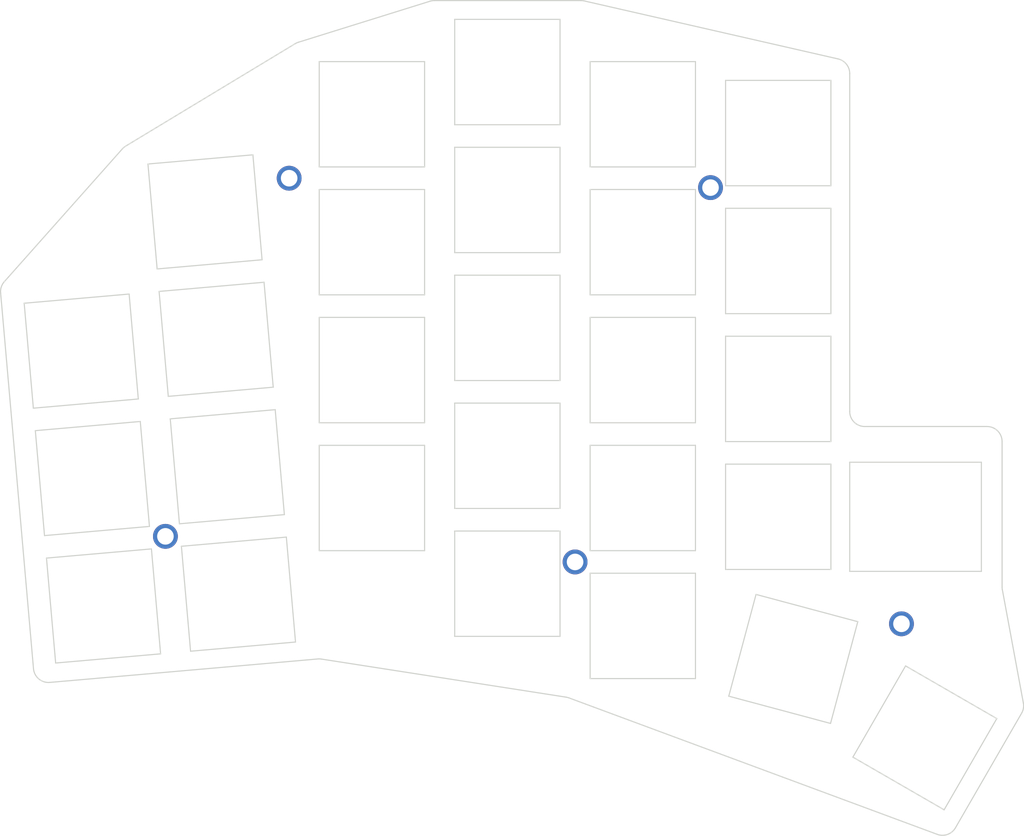
<source format=kicad_pcb>

            
(kicad_pcb (version 20171130) (host pcbnew 5.1.6)

  (page A3)
  (title_block
    (title switchplate)
    (rev v1.0.0)
    (company Unknown)
  )

  (general
    (thickness 1.6)
  )

  (layers
    (0 F.Cu signal)
    (31 B.Cu signal)
    (32 B.Adhes user)
    (33 F.Adhes user)
    (34 B.Paste user)
    (35 F.Paste user)
    (36 B.SilkS user)
    (37 F.SilkS user)
    (38 B.Mask user)
    (39 F.Mask user)
    (40 Dwgs.User user)
    (41 Cmts.User user)
    (42 Eco1.User user)
    (43 Eco2.User user)
    (44 Edge.Cuts user)
    (45 Margin user)
    (46 B.CrtYd user)
    (47 F.CrtYd user)
    (48 B.Fab user)
    (49 F.Fab user)
  )

  (setup
    (last_trace_width 0.25)
    (trace_clearance 0.2)
    (zone_clearance 0.508)
    (zone_45_only no)
    (trace_min 0.2)
    (via_size 0.8)
    (via_drill 0.4)
    (via_min_size 0.4)
    (via_min_drill 0.3)
    (uvia_size 0.3)
    (uvia_drill 0.1)
    (uvias_allowed no)
    (uvia_min_size 0.2)
    (uvia_min_drill 0.1)
    (edge_width 0.05)
    (segment_width 0.2)
    (pcb_text_width 0.3)
    (pcb_text_size 1.5 1.5)
    (mod_edge_width 0.12)
    (mod_text_size 1 1)
    (mod_text_width 0.15)
    (pad_size 1.524 1.524)
    (pad_drill 0.762)
    (pad_to_mask_clearance 0.05)
    (aux_axis_origin 0 0)
    (visible_elements FFFFFF7F)
    (pcbplotparams
      (layerselection 0x010fc_ffffffff)
      (usegerberextensions false)
      (usegerberattributes true)
      (usegerberadvancedattributes true)
      (creategerberjobfile true)
      (excludeedgelayer true)
      (linewidth 0.100000)
      (plotframeref false)
      (viasonmask false)
      (mode 1)
      (useauxorigin false)
      (hpglpennumber 1)
      (hpglpenspeed 20)
      (hpglpendiameter 15.000000)
      (psnegative false)
      (psa4output false)
      (plotreference true)
      (plotvalue true)
      (plotinvisibletext false)
      (padsonsilk false)
      (subtractmaskfromsilk false)
      (outputformat 1)
      (mirror false)
      (drillshape 1)
      (scaleselection 1)
      (outputdirectory ""))
  )

            (net 0 "")
            
  (net_class Default "This is the default net class."
    (clearance 0.2)
    (trace_width 0.25)
    (via_dia 0.8)
    (via_drill 0.4)
    (uvia_dia 0.3)
    (uvia_drill 0.1)
    (add_net "")
  )

            
    (module Hole (layer F.Cu) (tedit 5F7666C1)
      (at 86.070972 71.2869486 0)
      (fp_text reference "_1" (at 0 0.5) (layer F.SilkS) hide
        (effects (font (size 1 1) (thickness 0.15)))
      )

      (pad "" thru_hole circle (at 0 0) (size 3.3 3.3) (drill 2.2) (layers *.Cu *.Mask) (tstamp 75b224f0-3010-4e8c-bf32-f95a770c96d9))
    )
    

    (module Hole (layer F.Cu) (tedit 5F7666C1)
      (at 142.070972 72.5369486 0)
      (fp_text reference "_2" (at 0 0.5) (layer F.SilkS) hide
        (effects (font (size 1 1) (thickness 0.15)))
      )

      (pad "" thru_hole circle (at 0 0) (size 3.3 3.3) (drill 2.2) (layers *.Cu *.Mask) (tstamp 75b224f0-3010-4e8c-bf32-f95a770c96d9))
    )
    

    (module Hole (layer F.Cu) (tedit 5F7666C1)
      (at 69.6263772 118.8840511 5)
      (fp_text reference "_3" (at 0 0.5) (layer F.SilkS) hide
        (effects (font (size 1 1) (thickness 0.15)))
      )

      (pad "" thru_hole circle (at 0 0) (size 3.3 3.3) (drill 2.2) (layers *.Cu *.Mask) (tstamp 75b224f0-3010-4e8c-bf32-f95a770c96d9))
    )
    

    (module Hole (layer F.Cu) (tedit 5F7666C1)
      (at 124.070972 122.2869487 0)
      (fp_text reference "_4" (at 0 0.5) (layer F.SilkS) hide
        (effects (font (size 1 1) (thickness 0.15)))
      )

      (pad "" thru_hole circle (at 0 0) (size 3.3 3.3) (drill 2.2) (layers *.Cu *.Mask) (tstamp 75b224f0-3010-4e8c-bf32-f95a770c96d9))
    )
    

    (module Hole (layer F.Cu) (tedit 5F7666C1)
      (at 167.4494743 130.5100759 22.5)
      (fp_text reference "_5" (at 0 0.5) (layer F.SilkS) hide
        (effects (font (size 1 1) (thickness 0.15)))
      )

      (pad "" thru_hole circle (at 0 0) (size 3.3 3.3) (drill 2.2) (layers *.Cu *.Mask) (tstamp 75b224f0-3010-4e8c-bf32-f95a770c96d9))
    )
    
            (gr_line (start 47.723363248427795 86.53200814646101) (end 52.09316980970455 136.47912530921678) (angle 90) (layer Edge.Cuts) (width 0.15))
(gr_line (start 48.2210045067659 85.02888978984446) (end 63.896888777211764 67.39540284719092) (angle 90) (layer Edge.Cuts) (width 0.15))
(gr_line (start 64.35725928329127 67.01246712979616) (end 86.86332290844136 53.41242748975397) (angle 90) (layer Edge.Cuts) (width 0.15))
(gr_line (start 87.30260035270608 53.21475776300555) (end 104.78031650054527 47.7675362) (angle 90) (layer Edge.Cuts) (width 0.15))
(gr_line (start 105.37541670054526 47.6769486) (end 124.84542669729015 47.6769486) (angle 90) (layer Edge.Cuts) (width 0.15))
(gr_line (start 125.29085267061812 47.72718051675183) (end 159.01639797332797 55.43180506983674) (angle 90) (layer Edge.Cuts) (width 0.15))
(gr_line (start 160.570972 57.381573153084915) (end 160.570972 102.2869487) (angle 90) (layer Edge.Cuts) (width 0.15))
(gr_line (start 162.570972 104.2869487) (end 178.820972 104.2869487) (angle 90) (layer Edge.Cuts) (width 0.15))
(gr_line (start 180.820972 106.2869487) (end 180.820972 125.60302959656383) (angle 90) (layer Edge.Cuts) (width 0.15))
(gr_line (start 180.8545146179318 125.9677833932376) (end 183.6483598457414 141.02993941670184) (angle 90) (layer Edge.Cuts) (width 0.15))
(gr_line (start 183.41395326367325 142.39469321337566) (end 174.62697336139277 157.61418878270445) (angle 90) (layer Edge.Cuts) (width 0.15))
(gr_line (start 172.20006919397125 158.489603094775) (end 123.25956242781616 140.35682265988308) (angle 90) (layer Edge.Cuts) (width 0.15))
(gr_line (start 122.87224567558854 140.25602307431805) (end 90.36282175663328 135.19693604937402) (angle 90) (layer Edge.Cuts) (width 0.15))
(gr_line (start 89.88097374067975 135.18076053832712) (end 54.25987061914657 138.2972033171396) (angle 90) (layer Edge.Cuts) (width 0.15))
(gr_arc (start 49.715752657110194 86.35769674570133) (end 48.2210044571102 85.02888974570133) (angle -46.63657592093867) (layer Edge.Cuts) (width 0.15))
(gr_arc (start 65.39163692755596 68.72420980304773) (end 64.35725932755597 67.01246710304773) (angle -17.21955057250915) (layer Edge.Cuts) (width 0.15))
(gr_arc (start 87.89770055270607 55.12417016300555) (end 87.30260035270607 53.21475776300555) (angle -13.833355255349204) (layer Edge.Cuts) (width 0.15))
(gr_arc (start 105.37541670054526 49.6769486) (end 105.37541670054526 47.6769486) (angle -17.31051580173535) (layer Edge.Cuts) (width 0.15))
(gr_arc (start 124.84542669729015 49.6769486) (end 125.29085269729015 47.7271805) (angle -12.868430106634506) (layer Edge.Cuts) (width 0.15))
(gr_arc (start 158.570972 57.381573153084915) (end 160.570972 57.381573153084915) (angle -77.13156989336589) (layer Edge.Cuts) (width 0.15))
(gr_arc (start 162.570972 102.2869487) (end 160.570972 102.2869487) (angle -90) (layer Edge.Cuts) (width 0.15))
(gr_arc (start 178.820972 106.2869487) (end 180.820972 106.2869487) (angle -90) (layer Edge.Cuts) (width 0.15))
(gr_arc (start 182.820972 125.60302959656383) (end 180.820972 125.60302959656383) (angle -10.508238166374014) (layer Edge.Cuts) (width 0.15))
(gr_arc (start 181.68190246367323 141.39469321337572) (end 183.41395326367322 142.39469321337572) (angle -40.508238274791836) (layer Edge.Cuts) (width 0.15))
(gr_arc (start 172.89492256139275 156.6141887827045) (end 172.20006916139275 158.4896030827045) (angle -80.32999991007301) (layer Edge.Cuts) (width 0.15))
(gr_arc (start 122.5647090603946 142.2322369719536) (end 123.2595624603946 140.3568226719536) (angle -11.484631048738763) (layer Edge.Cuts) (width 0.15))
(gr_arc (start 90.05528514143933 137.17314994700956) (end 90.36282174143933 135.19693604700956) (angle -13.845366520279839) (layer Edge.Cuts) (width 0.15))
(gr_arc (start 54.08555921838697 136.3048139084572) (end 52.09316981838697 136.47912530845718) (angle -90.00000000000028) (layer Edge.Cuts) (width 0.15))
(gr_line (start 55.03817600000001 135.7195608) (end 68.9849018 134.4993804) (angle 90) (layer Edge.Cuts) (width 0.15))
(gr_line (start 68.9849018 134.4993804) (end 67.7647214 120.5526546) (angle 90) (layer Edge.Cuts) (width 0.15))
(gr_line (start 67.7647214 120.5526546) (end 53.8179956 121.772835) (angle 90) (layer Edge.Cuts) (width 0.15))
(gr_line (start 53.8179956 121.772835) (end 55.03817600000001 135.7195608) (angle 90) (layer Edge.Cuts) (width 0.15))
(gr_line (start 53.556528400000005 118.7842509) (end 67.5032542 117.5640705) (angle 90) (layer Edge.Cuts) (width 0.15))
(gr_line (start 67.5032542 117.5640705) (end 66.2830738 103.6173447) (angle 90) (layer Edge.Cuts) (width 0.15))
(gr_line (start 66.2830738 103.6173447) (end 52.336348 104.83752510000001) (angle 90) (layer Edge.Cuts) (width 0.15))
(gr_line (start 52.336348 104.83752510000001) (end 53.556528400000005 118.7842509) (angle 90) (layer Edge.Cuts) (width 0.15))
(gr_line (start 52.074880699999994 101.8489411) (end 66.02160649999999 100.6287607) (angle 90) (layer Edge.Cuts) (width 0.15))
(gr_line (start 66.02160649999999 100.6287607) (end 64.8014261 86.6820349) (angle 90) (layer Edge.Cuts) (width 0.15))
(gr_line (start 64.8014261 86.6820349) (end 50.8547003 87.90221530000001) (angle 90) (layer Edge.Cuts) (width 0.15))
(gr_line (start 50.8547003 87.90221530000001) (end 52.074880699999994 101.8489411) (angle 90) (layer Edge.Cuts) (width 0.15))
(gr_line (start 72.9696806 134.15075739999997) (end 86.9164064 132.930577) (angle 90) (layer Edge.Cuts) (width 0.15))
(gr_line (start 86.9164064 132.930577) (end 85.696226 118.98385119999999) (angle 90) (layer Edge.Cuts) (width 0.15))
(gr_line (start 85.696226 118.98385119999999) (end 71.7495002 120.2040316) (angle 90) (layer Edge.Cuts) (width 0.15))
(gr_line (start 71.7495002 120.2040316) (end 72.9696806 134.15075739999997) (angle 90) (layer Edge.Cuts) (width 0.15))
(gr_line (start 71.48803290000001 117.2154476) (end 85.4347587 115.9952672) (angle 90) (layer Edge.Cuts) (width 0.15))
(gr_line (start 85.4347587 115.9952672) (end 84.2145783 102.0485414) (angle 90) (layer Edge.Cuts) (width 0.15))
(gr_line (start 84.2145783 102.0485414) (end 70.2678525 103.26872180000001) (angle 90) (layer Edge.Cuts) (width 0.15))
(gr_line (start 70.2678525 103.26872180000001) (end 71.48803290000001 117.2154476) (angle 90) (layer Edge.Cuts) (width 0.15))
(gr_line (start 70.0063853 100.2801377) (end 83.9531111 99.0599573) (angle 90) (layer Edge.Cuts) (width 0.15))
(gr_line (start 83.9531111 99.0599573) (end 82.7329307 85.1132315) (angle 90) (layer Edge.Cuts) (width 0.15))
(gr_line (start 82.7329307 85.1132315) (end 68.7862049 86.3334119) (angle 90) (layer Edge.Cuts) (width 0.15))
(gr_line (start 68.7862049 86.3334119) (end 70.0063853 100.2801377) (angle 90) (layer Edge.Cuts) (width 0.15))
(gr_line (start 68.5247377 83.3448278) (end 82.4714635 82.1246474) (angle 90) (layer Edge.Cuts) (width 0.15))
(gr_line (start 82.4714635 82.1246474) (end 81.2512831 68.1779216) (angle 90) (layer Edge.Cuts) (width 0.15))
(gr_line (start 81.2512831 68.1779216) (end 67.3045573 69.39810200000001) (angle 90) (layer Edge.Cuts) (width 0.15))
(gr_line (start 67.3045573 69.39810200000001) (end 68.5247377 83.3448278) (angle 90) (layer Edge.Cuts) (width 0.15))
(gr_line (start 90.0709721 120.7869487) (end 104.0709721 120.7869487) (angle 90) (layer Edge.Cuts) (width 0.15))
(gr_line (start 104.0709721 120.7869487) (end 104.0709721 106.7869487) (angle 90) (layer Edge.Cuts) (width 0.15))
(gr_line (start 104.0709721 106.7869487) (end 90.0709721 106.7869487) (angle 90) (layer Edge.Cuts) (width 0.15))
(gr_line (start 90.0709721 106.7869487) (end 90.0709721 120.7869487) (angle 90) (layer Edge.Cuts) (width 0.15))
(gr_line (start 90.0709721 103.7869487) (end 104.0709721 103.7869487) (angle 90) (layer Edge.Cuts) (width 0.15))
(gr_line (start 104.0709721 103.7869487) (end 104.0709721 89.7869487) (angle 90) (layer Edge.Cuts) (width 0.15))
(gr_line (start 104.0709721 89.7869487) (end 90.0709721 89.7869487) (angle 90) (layer Edge.Cuts) (width 0.15))
(gr_line (start 90.0709721 89.7869487) (end 90.0709721 103.7869487) (angle 90) (layer Edge.Cuts) (width 0.15))
(gr_line (start 90.070972 86.7869487) (end 104.070972 86.7869487) (angle 90) (layer Edge.Cuts) (width 0.15))
(gr_line (start 104.070972 86.7869487) (end 104.070972 72.7869487) (angle 90) (layer Edge.Cuts) (width 0.15))
(gr_line (start 104.070972 72.7869487) (end 90.070972 72.7869487) (angle 90) (layer Edge.Cuts) (width 0.15))
(gr_line (start 90.070972 72.7869487) (end 90.070972 86.7869487) (angle 90) (layer Edge.Cuts) (width 0.15))
(gr_line (start 90.070972 69.7869486) (end 104.070972 69.7869486) (angle 90) (layer Edge.Cuts) (width 0.15))
(gr_line (start 104.070972 69.7869486) (end 104.070972 55.7869486) (angle 90) (layer Edge.Cuts) (width 0.15))
(gr_line (start 104.070972 55.7869486) (end 90.070972 55.7869486) (angle 90) (layer Edge.Cuts) (width 0.15))
(gr_line (start 90.070972 55.7869486) (end 90.070972 69.7869486) (angle 90) (layer Edge.Cuts) (width 0.15))
(gr_line (start 108.070972 132.1769487) (end 122.070972 132.1769487) (angle 90) (layer Edge.Cuts) (width 0.15))
(gr_line (start 122.070972 132.1769487) (end 122.070972 118.1769487) (angle 90) (layer Edge.Cuts) (width 0.15))
(gr_line (start 122.070972 118.1769487) (end 108.070972 118.1769487) (angle 90) (layer Edge.Cuts) (width 0.15))
(gr_line (start 108.070972 118.1769487) (end 108.070972 132.1769487) (angle 90) (layer Edge.Cuts) (width 0.15))
(gr_line (start 108.070972 115.1769487) (end 122.070972 115.1769487) (angle 90) (layer Edge.Cuts) (width 0.15))
(gr_line (start 122.070972 115.1769487) (end 122.070972 101.1769487) (angle 90) (layer Edge.Cuts) (width 0.15))
(gr_line (start 122.070972 101.1769487) (end 108.070972 101.1769487) (angle 90) (layer Edge.Cuts) (width 0.15))
(gr_line (start 108.070972 101.1769487) (end 108.070972 115.1769487) (angle 90) (layer Edge.Cuts) (width 0.15))
(gr_line (start 108.070972 98.1769487) (end 122.070972 98.1769487) (angle 90) (layer Edge.Cuts) (width 0.15))
(gr_line (start 122.070972 98.1769487) (end 122.070972 84.1769487) (angle 90) (layer Edge.Cuts) (width 0.15))
(gr_line (start 122.070972 84.1769487) (end 108.070972 84.1769487) (angle 90) (layer Edge.Cuts) (width 0.15))
(gr_line (start 108.070972 84.1769487) (end 108.070972 98.1769487) (angle 90) (layer Edge.Cuts) (width 0.15))
(gr_line (start 108.0709719 81.1769487) (end 122.0709719 81.1769487) (angle 90) (layer Edge.Cuts) (width 0.15))
(gr_line (start 122.0709719 81.1769487) (end 122.0709719 67.1769487) (angle 90) (layer Edge.Cuts) (width 0.15))
(gr_line (start 122.0709719 67.1769487) (end 108.0709719 67.1769487) (angle 90) (layer Edge.Cuts) (width 0.15))
(gr_line (start 108.0709719 67.1769487) (end 108.0709719 81.1769487) (angle 90) (layer Edge.Cuts) (width 0.15))
(gr_line (start 108.0709719 64.1769486) (end 122.0709719 64.1769486) (angle 90) (layer Edge.Cuts) (width 0.15))
(gr_line (start 122.0709719 64.1769486) (end 122.0709719 50.1769486) (angle 90) (layer Edge.Cuts) (width 0.15))
(gr_line (start 122.0709719 50.1769486) (end 108.0709719 50.1769486) (angle 90) (layer Edge.Cuts) (width 0.15))
(gr_line (start 108.0709719 50.1769486) (end 108.0709719 64.1769486) (angle 90) (layer Edge.Cuts) (width 0.15))
(gr_line (start 126.0709721 137.7869487) (end 140.0709721 137.7869487) (angle 90) (layer Edge.Cuts) (width 0.15))
(gr_line (start 140.0709721 137.7869487) (end 140.0709721 123.78694870000001) (angle 90) (layer Edge.Cuts) (width 0.15))
(gr_line (start 140.0709721 123.78694870000001) (end 126.0709721 123.78694870000001) (angle 90) (layer Edge.Cuts) (width 0.15))
(gr_line (start 126.0709721 123.78694870000001) (end 126.0709721 137.7869487) (angle 90) (layer Edge.Cuts) (width 0.15))
(gr_line (start 126.0709721 120.7869487) (end 140.0709721 120.7869487) (angle 90) (layer Edge.Cuts) (width 0.15))
(gr_line (start 140.0709721 120.7869487) (end 140.0709721 106.7869487) (angle 90) (layer Edge.Cuts) (width 0.15))
(gr_line (start 140.0709721 106.7869487) (end 126.0709721 106.7869487) (angle 90) (layer Edge.Cuts) (width 0.15))
(gr_line (start 126.0709721 106.7869487) (end 126.0709721 120.7869487) (angle 90) (layer Edge.Cuts) (width 0.15))
(gr_line (start 126.07097200000001 103.7869487) (end 140.070972 103.7869487) (angle 90) (layer Edge.Cuts) (width 0.15))
(gr_line (start 140.070972 103.7869487) (end 140.070972 89.7869487) (angle 90) (layer Edge.Cuts) (width 0.15))
(gr_line (start 140.070972 89.7869487) (end 126.07097200000001 89.7869487) (angle 90) (layer Edge.Cuts) (width 0.15))
(gr_line (start 126.07097200000001 89.7869487) (end 126.07097200000001 103.7869487) (angle 90) (layer Edge.Cuts) (width 0.15))
(gr_line (start 126.07097200000001 86.7869486) (end 140.070972 86.7869486) (angle 90) (layer Edge.Cuts) (width 0.15))
(gr_line (start 140.070972 86.7869486) (end 140.070972 72.7869486) (angle 90) (layer Edge.Cuts) (width 0.15))
(gr_line (start 140.070972 72.7869486) (end 126.07097200000001 72.7869486) (angle 90) (layer Edge.Cuts) (width 0.15))
(gr_line (start 126.07097200000001 72.7869486) (end 126.07097200000001 86.7869486) (angle 90) (layer Edge.Cuts) (width 0.15))
(gr_line (start 126.07097200000001 69.7869486) (end 140.070972 69.7869486) (angle 90) (layer Edge.Cuts) (width 0.15))
(gr_line (start 140.070972 69.7869486) (end 140.070972 55.7869486) (angle 90) (layer Edge.Cuts) (width 0.15))
(gr_line (start 140.070972 55.7869486) (end 126.07097200000001 55.7869486) (angle 90) (layer Edge.Cuts) (width 0.15))
(gr_line (start 126.07097200000001 55.7869486) (end 126.07097200000001 69.7869486) (angle 90) (layer Edge.Cuts) (width 0.15))
(gr_line (start 144.070972 123.2869487) (end 158.070972 123.2869487) (angle 90) (layer Edge.Cuts) (width 0.15))
(gr_line (start 158.070972 123.2869487) (end 158.070972 109.2869487) (angle 90) (layer Edge.Cuts) (width 0.15))
(gr_line (start 158.070972 109.2869487) (end 144.070972 109.2869487) (angle 90) (layer Edge.Cuts) (width 0.15))
(gr_line (start 144.070972 109.2869487) (end 144.070972 123.2869487) (angle 90) (layer Edge.Cuts) (width 0.15))
(gr_line (start 144.070972 106.2869486) (end 158.070972 106.2869486) (angle 90) (layer Edge.Cuts) (width 0.15))
(gr_line (start 158.070972 106.2869486) (end 158.070972 92.2869486) (angle 90) (layer Edge.Cuts) (width 0.15))
(gr_line (start 158.070972 92.2869486) (end 144.070972 92.2869486) (angle 90) (layer Edge.Cuts) (width 0.15))
(gr_line (start 144.070972 92.2869486) (end 144.070972 106.2869486) (angle 90) (layer Edge.Cuts) (width 0.15))
(gr_line (start 144.070972 89.2869486) (end 158.070972 89.2869486) (angle 90) (layer Edge.Cuts) (width 0.15))
(gr_line (start 158.070972 89.2869486) (end 158.070972 75.2869486) (angle 90) (layer Edge.Cuts) (width 0.15))
(gr_line (start 158.070972 75.2869486) (end 144.070972 75.2869486) (angle 90) (layer Edge.Cuts) (width 0.15))
(gr_line (start 144.070972 75.2869486) (end 144.070972 89.2869486) (angle 90) (layer Edge.Cuts) (width 0.15))
(gr_line (start 144.070972 72.2869486) (end 158.070972 72.2869486) (angle 90) (layer Edge.Cuts) (width 0.15))
(gr_line (start 158.070972 72.2869486) (end 158.070972 58.2869486) (angle 90) (layer Edge.Cuts) (width 0.15))
(gr_line (start 158.070972 58.2869486) (end 144.070972 58.2869486) (angle 90) (layer Edge.Cuts) (width 0.15))
(gr_line (start 144.070972 58.2869486) (end 144.070972 72.2869486) (angle 90) (layer Edge.Cuts) (width 0.15))
(gr_line (start 144.4977578 140.1266961) (end 158.0207194 143.7501627) (angle 90) (layer Edge.Cuts) (width 0.15))
(gr_line (start 158.0207194 143.7501627) (end 161.644186 130.2272011) (angle 90) (layer Edge.Cuts) (width 0.15))
(gr_line (start 161.644186 130.2272011) (end 148.1212244 126.6037345) (angle 90) (layer Edge.Cuts) (width 0.15))
(gr_line (start 148.1212244 126.6037345) (end 144.4977578 140.1266961) (angle 90) (layer Edge.Cuts) (width 0.15))
(gr_line (start 173.1178909 155.2279963) (end 180.1178909 143.1036407) (angle 90) (layer Edge.Cuts) (width 0.15))
(gr_line (start 180.1178909 143.1036407) (end 167.9935353 136.1036407) (angle 90) (layer Edge.Cuts) (width 0.15))
(gr_line (start 167.9935353 136.1036407) (end 160.9935353 148.2279963) (angle 90) (layer Edge.Cuts) (width 0.15))
(gr_line (start 160.9935353 148.2279963) (end 173.1178909 155.2279963) (angle 90) (layer Edge.Cuts) (width 0.15))
(gr_line (start 160.570972 123.5369487) (end 178.070972 123.5369487) (angle 90) (layer Edge.Cuts) (width 0.15))
(gr_line (start 178.070972 123.5369487) (end 178.070972 109.0369487) (angle 90) (layer Edge.Cuts) (width 0.15))
(gr_line (start 178.070972 109.0369487) (end 160.570972 109.0369487) (angle 90) (layer Edge.Cuts) (width 0.15))
(gr_line (start 160.570972 109.0369487) (end 160.570972 123.5369487) (angle 90) (layer Edge.Cuts) (width 0.15))
            
)

        
</source>
